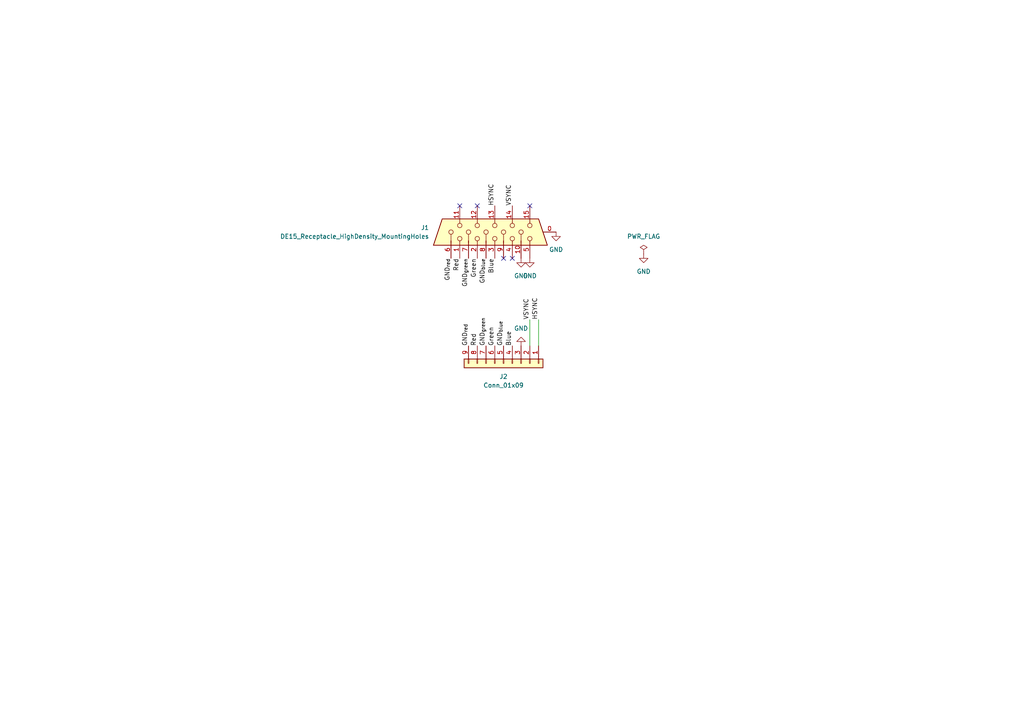
<source format=kicad_sch>
(kicad_sch (version 20230121) (generator eeschema)
  (paper "A4")
  (lib_symbols
    (symbol "Connector:DE15_Receptacle_HighDensity_MountingHoles" (pin_names (offset 1.016) hide)
      (property "Reference" "J" (at 0 21.59 0))
      (property "Value" "DE15_Receptacle_HighDensity_MountingHoles" (at 0 19.05 0))
      (symbol "DE15_Receptacle_HighDensity_MountingHoles_0_1"
        (circle (center -1.905 -10.16) (radius 0.635))
        (circle (center -1.905 -5.08) (radius 0.635))
        (circle (center -1.905 0) (radius 0.635))
        (circle (center -1.905 5.08) (radius 0.635))
        (circle (center -1.905 10.16) (radius 0.635))
        (circle (center 0 -7.62) (radius 0.635))
        (circle (center 0 -2.54) (radius 0.635))
        (polyline (pts (xy -3.175 7.62) (xy -0.635 7.62)))
        (polyline (pts (xy -0.635 -7.62) (xy -3.175 -7.62)))
        (polyline (pts (xy -0.635 -2.54) (xy -3.175 -2.54)))
        (polyline (pts (xy -0.635 2.54) (xy -3.175 2.54)))
        (polyline (pts (xy -0.635 12.7) (xy -3.175 12.7)))
        (polyline (pts (xy -3.81 17.78) (xy -3.81 -15.24) (xy 3.81 -12.7) (xy 3.81 15.24) (xy -3.81 17.78)) (stroke (width 0.254)) (fill (type background)))
        (circle (center 0 2.54) (radius 0.635))
        (circle (center 0 7.62) (radius 0.635))
        (circle (center 0 12.7) (radius 0.635))
        (circle (center 1.905 -10.16) (radius 0.635))
        (circle (center 1.905 -5.08) (radius 0.635))
        (circle (center 1.905 0) (radius 0.635))
        (circle (center 1.905 5.08) (radius 0.635))
        (circle (center 1.905 10.16) (radius 0.635))
      )
      (symbol "DE15_Receptacle_HighDensity_MountingHoles_1_1"
        (pin passive line (at 0 -17.78 90) (length 3.81) (name "~") (number "0"))
        (pin passive line (at -7.62 10.16 0) (length 5.08) (name "~") (number "1"))
        (pin passive line (at -7.62 -7.62 0) (length 5.08) (name "~") (number "10"))
        (pin passive line (at 7.62 10.16 180) (length 5.08) (name "~") (number "11"))
        (pin passive line (at 7.62 5.08 180) (length 5.08) (name "~") (number "12"))
        (pin passive line (at 7.62 0 180) (length 5.08) (name "~") (number "13"))
        (pin passive line (at 7.62 -5.08 180) (length 5.08) (name "~") (number "14"))
        (pin passive line (at 7.62 -10.16 180) (length 5.08) (name "~") (number "15"))
        (pin passive line (at -7.62 5.08 0) (length 5.08) (name "~") (number "2"))
        (pin passive line (at -7.62 0 0) (length 5.08) (name "~") (number "3"))
        (pin passive line (at -7.62 -5.08 0) (length 5.08) (name "~") (number "4"))
        (pin passive line (at -7.62 -10.16 0) (length 5.08) (name "~") (number "5"))
        (pin passive line (at -7.62 12.7 0) (length 5.08) (name "~") (number "6"))
        (pin passive line (at -7.62 7.62 0) (length 5.08) (name "~") (number "7"))
        (pin passive line (at -7.62 2.54 0) (length 5.08) (name "~") (number "8"))
        (pin passive line (at -7.62 -2.54 0) (length 5.08) (name "~") (number "9"))
      )
    )
    (symbol "Connector_Generic:Conn_01x09" (pin_names (offset 1.016) hide)
      (property "Reference" "J" (at 0 12.7 0))
      (property "Value" "Conn_01x09" (at 0 -12.7 0))
      (symbol "Conn_01x09_1_1"
        (rectangle (start -1.27 -10.033) (end 0 -10.287) (stroke (width 0.1524)))
        (rectangle (start -1.27 -7.493) (end 0 -7.747) (stroke (width 0.1524)))
        (rectangle (start -1.27 -4.953) (end 0 -5.207) (stroke (width 0.1524)))
        (rectangle (start -1.27 -2.413) (end 0 -2.667) (stroke (width 0.1524)))
        (rectangle (start -1.27 0.127) (end 0 -0.127) (stroke (width 0.1524)))
        (rectangle (start -1.27 2.667) (end 0 2.413) (stroke (width 0.1524)))
        (rectangle (start -1.27 5.207) (end 0 4.953) (stroke (width 0.1524)))
        (rectangle (start -1.27 7.747) (end 0 7.493) (stroke (width 0.1524)))
        (rectangle (start -1.27 10.287) (end 0 10.033) (stroke (width 0.1524)))
        (rectangle (start -1.27 11.43) (end 1.27 -11.43) (stroke (width 0.254)) (fill (type background)))
        (pin passive line (at -5.08 10.16 0) (length 3.81) (name "Pin_1") (number "1"))
        (pin passive line (at -5.08 7.62 0) (length 3.81) (name "Pin_2") (number "2"))
        (pin passive line (at -5.08 5.08 0) (length 3.81) (name "Pin_3") (number "3"))
        (pin passive line (at -5.08 2.54 0) (length 3.81) (name "Pin_4") (number "4"))
        (pin passive line (at -5.08 0 0) (length 3.81) (name "Pin_5") (number "5"))
        (pin passive line (at -5.08 -2.54 0) (length 3.81) (name "Pin_6") (number "6"))
        (pin passive line (at -5.08 -5.08 0) (length 3.81) (name "Pin_7") (number "7"))
        (pin passive line (at -5.08 -7.62 0) (length 3.81) (name "Pin_8") (number "8"))
        (pin passive line (at -5.08 -10.16 0) (length 3.81) (name "Pin_9") (number "9"))
      )
    )
    (symbol "power:GND" (power) (pin_names (offset 0))
      (property "Value" "GND" (at 0 -3.81 0))
      (symbol "GND_0_1"
        (polyline (pts (xy 0 0) (xy 0 -1.27) (xy 1.27 -1.27) (xy 0 -2.54) (xy -1.27 -1.27) (xy 0 -1.27)))
      )
      (symbol "GND_1_1"
        (pin power_in line (at 0 0 270) (length 0) hide (name "GND") (number "1"))
      )
    )
    (symbol "power:PWR_FLAG" (power) (pin_numbers hide) (pin_names (offset 0) hide)
      (property "Value" "PWR_FLAG" (at 0 3.81 0))
      (symbol "PWR_FLAG_0_0"
        (pin power_out line (at 0 0 90) (length 0) (name "pwr") (number "1"))
      )
      (symbol "PWR_FLAG_0_1"
        (polyline (pts (xy 0 0) (xy 0 1.27) (xy -1.016 1.905) (xy 0 2.54) (xy 1.016 1.905) (xy 0 1.27)))
      )
    )
  )
  (no_connect (at 148.59 74.93))
  (no_connect (at 133.35 59.69))
  (no_connect (at 138.43 59.69))
  (no_connect (at 153.67 59.69))
  (no_connect (at 146.05 74.93))
  (wire (pts (xy 153.67 92.71) (xy 153.67 100.33)))
  (wire (pts (xy 156.21 92.71) (xy 156.21 100.33)))
  (label "Green" (at 143.51 100.33 90))
  (label "Green" (at 138.43 74.93 270))
  (label "HSYNC" (at 143.51 59.69 90))
  (label "VSYNC" (at 148.59 59.69 90))
  (label "HSYNC" (at 156.21 92.71 90))
  (label "GND_{green}" (at 140.97 100.33 90))
  (label "GND_{green}" (at 135.89 74.93 270))
  (label "Red" (at 133.35 74.93 270))
  (label "Red" (at 138.43 100.33 90))
  (label "VSYNC" (at 153.67 92.71 90))
  (label "GND_{blue}" (at 140.97 74.93 270))
  (label "GND_{red}" (at 135.89 100.33 90))
  (label "Blue" (at 143.51 74.93 270))
  (label "Blue" (at 148.59 100.33 90))
  (label "GND_{red}" (at 130.81 74.93 270))
  (label "GND_{blue}" (at 146.05 100.33 90))
  (symbol (lib_id "power:PWR_FLAG") (at 186.69 73.66 0) (unit 1)
    (property "Reference" "#FLG01" (effects hide))
    (property "Value" "PWR_FLAG" (at 186.69 68.58 0))
  )
  (symbol (lib_id "power:GND") (at 153.67 74.93 0) (unit 1)
    (property "Reference" "#PWR05" (effects hide))
    (property "Value" "GND" (at 153.67 80.01 0))
  )
  (symbol (lib_id "power:GND") (at 151.13 74.93 0) (unit 1)
    (property "Reference" "#PWR04" (effects hide))
    (property "Value" "GND" (at 151.13 80.01 0))
  )
  (symbol (lib_id "Connector_Generic:Conn_01x09") (at 146.05 105.41 270) (unit 1)
    (property "Reference" "J2" (at 146.05 109.22 90))
    (property "Value" "Conn_01x09" (at 146.05 111.76 90))
    (property "Footprint" "Connector_PinHeader_2.54mm:PinHeader_1x09_P2.54mm_Vertical" (effects hide))
  )
  (symbol (lib_id "power:GND") (at 186.69 73.66 0) (unit 1)
    (property "Reference" "#PWR02" (effects hide))
    (property "Value" "GND" (at 186.69 78.74 0))
  )
  (symbol (lib_id "power:GND") (at 151.13 100.33 180) (unit 1)
    (property "Reference" "#PWR01" (effects hide))
    (property "Value" "GND" (at 151.13 95.25 0))
  )
  (symbol (lib_id "power:GND") (at 161.29 67.31 0) (unit 1)
    (property "Reference" "#PWR06" (effects hide))
    (property "Value" "GND" (at 161.29 72.39 0))
  )
  (symbol (lib_id "Connector:DE15_Receptacle_HighDensity_MountingHoles") (at 143.51 67.31 90) (unit 1)
    (property "Reference" "J1" (at 124.46 66.04 90) (effects (justify left)))
    (property "Value" "DE15_Receptacle_HighDensity_MountingHoles" (at 124.46 68.58 90) (effects (justify left)))
    (property "Footprint" "Connector_Dsub:DSUB-15-HD_Female_Horizontal_P2.29x1.98mm_EdgePinOffset8.35mm_Housed_MountingHolesOffset10.89mm" (effects hide))
    (property "Datasheet" " ~" (effects hide))
  )
)
</source>
